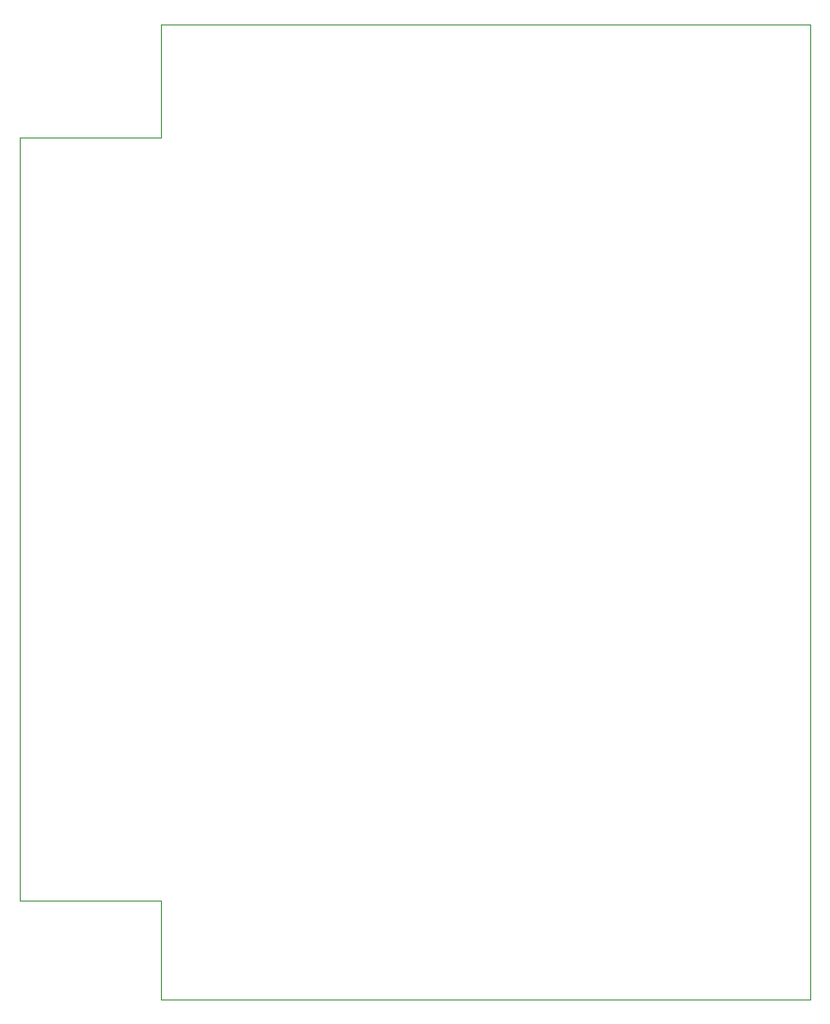
<source format=gm1>
G04 #@! TF.GenerationSoftware,KiCad,Pcbnew,8.0.9-8.0.9-0~ubuntu22.04.1*
G04 #@! TF.CreationDate,2025-06-29T10:23:58+10:00*
G04 #@! TF.ProjectId,Memory_Expansion_Cartridge,4d656d6f-7279-45f4-9578-70616e73696f,rev?*
G04 #@! TF.SameCoordinates,Original*
G04 #@! TF.FileFunction,Profile,NP*
%FSLAX46Y46*%
G04 Gerber Fmt 4.6, Leading zero omitted, Abs format (unit mm)*
G04 Created by KiCad (PCBNEW 8.0.9-8.0.9-0~ubuntu22.04.1) date 2025-06-29 10:23:58*
%MOMM*%
%LPD*%
G01*
G04 APERTURE LIST*
G04 #@! TA.AperFunction,Profile*
%ADD10C,0.050000*%
G04 #@! TD*
G04 APERTURE END LIST*
D10*
X96520000Y-53340000D02*
X96520000Y-121920000D01*
X109220000Y-53340000D02*
X109220000Y-43180000D01*
X109220000Y-121920000D02*
X109220000Y-130810000D01*
X109220000Y-43180000D02*
X167640000Y-43180000D01*
X167640000Y-130810000D02*
X167640000Y-43180000D01*
X109220000Y-53340000D02*
X96520000Y-53340000D01*
X109220000Y-130810000D02*
X167640000Y-130810000D01*
X96520000Y-121920000D02*
X109220000Y-121920000D01*
M02*

</source>
